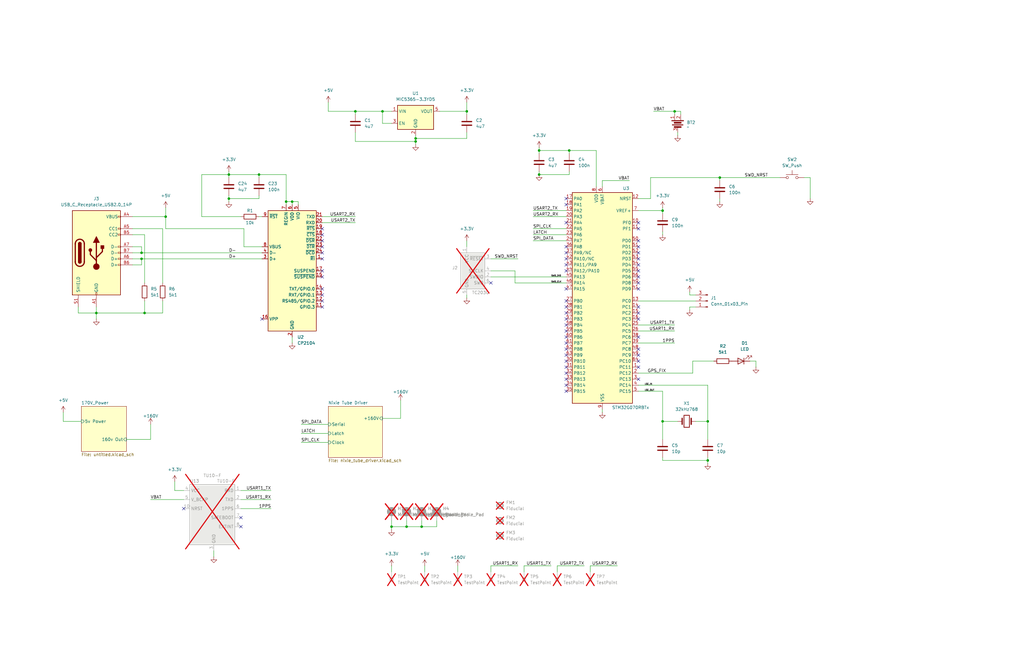
<source format=kicad_sch>
(kicad_sch (version 20250114) (generator "eeschema") (generator_version "9.0")
  (paper "B")
  (title_block (title "GPS Clock") (date "2024-12-25") (rev "v1"))
  (lib_symbols
    (symbol "Connector:Conn_01x03_Pin" (pin_names (offset 1.016) (hide yes))
      (property "Reference" "J" (at 0 5.08 0))
      (property "Value" "Conn_01x03_Pin" (at 0 -5.08 0))
      (symbol "Conn_01x03_Pin_1_1"
        (pin passive line (at 5.08 2.54 180) (length 3.81) (name "Pin_1") (number "1"))
        (pin passive line (at 5.08 0 180) (length 3.81) (name "Pin_2") (number "2"))
        (pin passive line (at 5.08 -2.54 180) (length 3.81) (name "Pin_3") (number "3"))
      )
    )
    (symbol "Connector:Conn_ARM_SWD_TagConnect_TC2030" (in_bom no)
      (property "Reference" "J" (at 2.54 11.43 0))
      (property "Value" "Conn_ARM_SWD_TagConnect_TC2030" (at 5.08 8.89 0))
      (symbol "Conn_ARM_SWD_TagConnect_TC2030_0_0"
        (pin power_in line (at -2.54 10.16 270) (length 2.54) (name "VCC") (number "1"))
        (pin power_in line (at -2.54 -10.16 90) (length 2.54) (name "GND") (number "5"))
        (pin open_collector line (at 7.62 5.08 180) (length 2.54) (name "~{RESET}") (number "3"))
        (pin output line (at 7.62 0 180) (length 2.54) (name "SWCLK") (number "4"))
        (pin bidirectional line (at 7.62 -2.54 180) (length 2.54) (name "SWDIO") (number "2"))
        (pin input line (at 7.62 -5.08 180) (length 2.54) (name "SWO") (number "6"))
      )
    )
    (symbol "Connector:TestPoint" (pin_numbers (hide yes)) (pin_names (offset 0.762) (hide yes))
      (property "Reference" "TP" (at 0 6.858 0))
      (property "Value" "TestPoint" (at 0 5.08 0))
      (symbol "TestPoint_1_1"
        (pin passive line (at 0 0 90) (length 2.54) (name "1") (number "1"))
      )
    )
    (symbol "Connector:USB_C_Receptacle_USB2.0_14P" (pin_names (offset 1.016))
      (property "Reference" "J" (at 0 22.225 0))
      (property "Value" "USB_C_Receptacle_USB2.0_14P" (at 0 19.685 0))
      (symbol "USB_C_Receptacle_USB2.0_14P_1_1"
        (pin passive line (at -7.62 -22.86 90) (length 5.08) (name "SHIELD") (number "S1"))
        (pin passive line (at 0 -22.86 90) (length 5.08) (name "GND") (number "A1"))
        (pin passive line (at 0 -22.86 90) (length 5.08) (hide yes) (name "GND") (number "A12"))
        (pin passive line (at 0 -22.86 90) (length 5.08) (hide yes) (name "GND") (number "B1"))
        (pin passive line (at 0 -22.86 90) (length 5.08) (hide yes) (name "GND") (number "B12"))
        (pin passive line (at 15.24 15.24 180) (length 5.08) (name "VBUS") (number "A4"))
        (pin passive line (at 15.24 15.24 180) (length 5.08) (hide yes) (name "VBUS") (number "A9"))
        (pin passive line (at 15.24 15.24 180) (length 5.08) (hide yes) (name "VBUS") (number "B4"))
        (pin passive line (at 15.24 15.24 180) (length 5.08) (hide yes) (name "VBUS") (number "B9"))
        (pin bidirectional line (at 15.24 10.16 180) (length 5.08) (name "CC1") (number "A5"))
        (pin bidirectional line (at 15.24 7.62 180) (length 5.08) (name "CC2") (number "B5"))
        (pin bidirectional line (at 15.24 2.54 180) (length 5.08) (name "D-") (number "A7"))
        (pin bidirectional line (at 15.24 0 180) (length 5.08) (name "D-") (number "B7"))
        (pin bidirectional line (at 15.24 -2.54 180) (length 5.08) (name "D+") (number "A6"))
        (pin bidirectional line (at 15.24 -5.08 180) (length 5.08) (name "D+") (number "B6"))
      )
    )
    (symbol "CustomLibrary:Multi_Prong_Battery_Cell"
      (property "Reference" "BT" (at 0 7.874 0))
      (symbol "Multi_Prong_Battery_Cell_1_1"
        (pin passive line (at -1.27 8.89 270) (length 2.54) (name "") (number "1"))
        (pin passive line (at 0 1.27 90) (length 2.54) (name "") (number "3"))
        (pin passive line (at 1.27 8.89 270) (length 2.54) (name "") (number "2"))
      )
    )
    (symbol "Device:C" (pin_numbers (hide yes)) (pin_names (offset 0.254))
      (property "Reference" "C" (at 0.635 2.54 0))
      (property "Value" "C" (at 0.635 -2.54 0))
      (symbol "C_1_1"
        (pin passive line (at 0 3.81 270) (length 2.794) (name "~") (number "1"))
        (pin passive line (at 0 -3.81 90) (length 2.794) (name "~") (number "2"))
      )
    )
    (symbol "Device:Crystal" (pin_numbers (hide yes)) (pin_names (offset 1.016) (hide yes))
      (property "Reference" "Y" (at 0 3.81 0))
      (property "Value" "Crystal" (at 0 -3.81 0))
      (symbol "Crystal_1_1"
        (pin passive line (at -3.81 0 0) (length 1.27) (name "1") (number "1"))
        (pin passive line (at 3.81 0 180) (length 1.27) (name "2") (number "2"))
      )
    )
    (symbol "Device:LED" (pin_numbers (hide yes)) (pin_names (offset 1.016) (hide yes))
      (property "Reference" "D" (at 0 2.54 0))
      (property "Value" "LED" (at 0 -2.54 0))
      (symbol "LED_1_1"
        (pin passive line (at -3.81 0 0) (length 2.54) (name "K") (number "1"))
        (pin passive line (at 3.81 0 180) (length 2.54) (name "A") (number "2"))
      )
    )
    (symbol "Device:R" (pin_numbers (hide yes)) (pin_names (offset 0))
      (property "Reference" "R" (at 2.032 0 90))
      (property "Value" "R" (at 0 0 90))
      (symbol "R_1_1"
        (pin passive line (at 0 3.81 270) (length 1.27) (name "~") (number "1"))
        (pin passive line (at 0 -3.81 90) (length 1.27) (name "~") (number "2"))
      )
    )
    (symbol "Interface_USB:CP2104"
      (property "Reference" "U" (at -5.08 28.575 0))
      (property "Value" "CP2104" (at -5.08 26.67 0))
      (symbol "CP2104_1_1"
        (pin bidirectional line (at -12.7 22.86 0) (length 2.54) (name "~{RST}") (number "9"))
        (pin input line (at -12.7 10.16 0) (length 2.54) (name "VBUS") (number "8"))
        (pin bidirectional line (at -12.7 7.62 0) (length 2.54) (name "D-") (number "4"))
        (pin bidirectional line (at -12.7 5.08 0) (length 2.54) (name "D+") (number "3"))
        (pin passive line (at -12.7 -20.32 0) (length 2.54) (name "VPP") (number "16"))
        (pin power_in line (at -2.54 27.94 270) (length 2.54) (name "REGIN") (number "7"))
        (pin power_in line (at 0 27.94 270) (length 2.54) (name "VDD") (number "6"))
        (pin power_in line (at 0 -27.94 90) (length 2.54) (name "GND") (number "2"))
        (pin passive line (at 0 -27.94 90) (length 2.54) (hide yes) (name "GND") (number "25"))
        (pin power_in line (at 2.54 27.94 270) (length 2.54) (name "VIO") (number "5"))
        (pin no_connect line (at 10.16 -20.32 180) (length 2.54) (hide yes) (name "NC") (number "10"))
        (pin output line (at 12.7 22.86 180) (length 2.54) (name "TXD") (number "21"))
        (pin input line (at 12.7 20.32 180) (length 2.54) (name "RXD") (number "20"))
        (pin output line (at 12.7 17.78 180) (length 2.54) (name "~{RTS}") (number "19"))
        (pin input line (at 12.7 15.24 180) (length 2.54) (name "~{CTS}") (number "18"))
        (pin input line (at 12.7 12.7 180) (length 2.54) (name "~{DSR}") (number "22"))
        (pin output line (at 12.7 10.16 180) (length 2.54) (name "~{DTR}") (number "23"))
        (pin input line (at 12.7 7.62 180) (length 2.54) (name "~{DCD}") (number "24"))
        (pin input line (at 12.7 5.08 180) (length 2.54) (name "~{RI}") (number "1"))
        (pin output line (at 12.7 0 180) (length 2.54) (name "SUSPEND") (number "17"))
        (pin output line (at 12.7 -2.54 180) (length 2.54) (name "~{SUSPEND}") (number "15"))
        (pin bidirectional line (at 12.7 -7.62 180) (length 2.54) (name "TXT/GPIO.0") (number "14"))
        (pin bidirectional line (at 12.7 -10.16 180) (length 2.54) (name "RXT/GPIO.1") (number "13"))
        (pin bidirectional line (at 12.7 -12.7 180) (length 2.54) (name "RS485/GPIO.2") (number "12"))
        (pin bidirectional line (at 12.7 -15.24 180) (length 2.54) (name "GPIO.3") (number "11"))
      )
    )
    (symbol "MCU_ST_STM32G0:STM32G070RBTx"
      (property "Reference" "U" (at -12.7 46.99 0))
      (property "Value" "STM32G070RBTx" (at 5.08 46.99 0))
      (symbol "STM32G070RBTx_1_1"
        (pin input line (at -15.24 43.18 0) (length 2.54) (name "NRST") (number "12"))
        (pin input line (at -15.24 38.1 0) (length 2.54) (name "VREF+") (number "7"))
        (pin bidirectional line (at -15.24 33.02 0) (length 2.54) (name "PF0") (number "10"))
        (pin bidirectional line (at -15.24 30.48 0) (length 2.54) (name "PF1") (number "11"))
        (pin bidirectional line (at -15.24 25.4 0) (length 2.54) (name "PD0") (number "50"))
        (pin bidirectional line (at -15.24 22.86 0) (length 2.54) (name "PD1") (number "51"))
        (pin bidirectional line (at -15.24 20.32 0) (length 2.54) (name "PD2") (number "52"))
        (pin bidirectional line (at -15.24 17.78 0) (length 2.54) (name "PD3") (number "53"))
        (pin bidirectional line (at -15.24 15.24 0) (length 2.54) (name "PD4") (number "54"))
        (pin bidirectional line (at -15.24 12.7 0) (length 2.54) (name "PD5") (number "55"))
        (pin bidirectional line (at -15.24 10.16 0) (length 2.54) (name "PD6") (number "56"))
        (pin bidirectional line (at -15.24 7.62 0) (length 2.54) (name "PD8") (number "40"))
        (pin bidirectional line (at -15.24 5.08 0) (length 2.54) (name "PD9") (number "41"))
        (pin bidirectional line (at -15.24 0 0) (length 2.54) (name "PC0") (number "13"))
        (pin bidirectional line (at -15.24 -2.54 0) (length 2.54) (name "PC1") (number "14"))
        (pin bidirectional line (at -15.24 -5.08 0) (length 2.54) (name "PC2") (number "15"))
        (pin bidirectional line (at -15.24 -7.62 0) (length 2.54) (name "PC3") (number "16"))
        (pin bidirectional line (at -15.24 -10.16 0) (length 2.54) (name "PC4") (number "25"))
        (pin bidirectional line (at -15.24 -12.7 0) (length 2.54) (name "PC5") (number "26"))
        (pin bidirectional line (at -15.24 -15.24 0) (length 2.54) (name "PC6") (number "38"))
        (pin bidirectional line (at -15.24 -17.78 0) (length 2.54) (name "PC7") (number "39"))
        (pin bidirectional line (at -15.24 -20.32 0) (length 2.54) (name "PC8") (number "48"))
        (pin bidirectional line (at -15.24 -22.86 0) (length 2.54) (name "PC9") (number "49"))
        (pin bidirectional line (at -15.24 -25.4 0) (length 2.54) (name "PC10") (number "64"))
        (pin bidirectional line (at -15.24 -27.94 0) (length 2.54) (name "PC11") (number "1"))
        (pin bidirectional line (at -15.24 -30.48 0) (length 2.54) (name "PC12") (number "2"))
        (pin bidirectional line (at -15.24 -33.02 0) (length 2.54) (name "PC13") (number "3"))
        (pin bidirectional line (at -15.24 -35.56 0) (length 2.54) (name "PC14") (number "4"))
        (pin bidirectional line (at -15.24 -38.1 0) (length 2.54) (name "PC15") (number "5"))
        (pin power_in line (at 0 48.26 270) (length 2.54) (name "VBAT") (number "6"))
        (pin power_in line (at 0 -45.72 90) (length 2.54) (name "VSS") (number "9"))
        (pin power_in line (at 2.54 48.26 270) (length 2.54) (name "VDD") (number "8"))
        (pin bidirectional line (at 15.24 43.18 180) (length 2.54) (name "PA0") (number "17"))
        (pin bidirectional line (at 15.24 40.64 180) (length 2.54) (name "PA1") (number "18"))
        (pin bidirectional line (at 15.24 38.1 180) (length 2.54) (name "PA2") (number "19"))
        (pin bidirectional line (at 15.24 35.56 180) (length 2.54) (name "PA3") (number "20"))
        (pin bidirectional line (at 15.24 33.02 180) (length 2.54) (name "PA4") (number "21"))
        (pin bidirectional line (at 15.24 30.48 180) (length 2.54) (name "PA5") (number "22"))
        (pin bidirectional line (at 15.24 27.94 180) (length 2.54) (name "PA6") (number "23"))
        (pin bidirectional line (at 15.24 25.4 180) (length 2.54) (name "PA7") (number "24"))
        (pin bidirectional line (at 15.24 22.86 180) (length 2.54) (name "PA8") (number "36"))
        (pin bidirectional line (at 15.24 20.32 180) (length 2.54) (name "PA9/NC") (number "37"))
        (pin bidirectional line (at 15.24 17.78 180) (length 2.54) (name "PA10/NC") (number "42"))
        (pin bidirectional line (at 15.24 15.24 180) (length 2.54) (name "PA11/PA9") (number "43"))
        (pin bidirectional line (at 15.24 12.7 180) (length 2.54) (name "PA12/PA10") (number "44"))
        (pin bidirectional line (at 15.24 10.16 180) (length 2.54) (name "PA13") (number "45"))
        (pin bidirectional line (at 15.24 7.62 180) (length 2.54) (name "PA14") (number "46"))
        (pin bidirectional line (at 15.24 5.08 180) (length 2.54) (name "PA15") (number "47"))
        (pin bidirectional line (at 15.24 0 180) (length 2.54) (name "PB0") (number "27"))
        (pin bidirectional line (at 15.24 -2.54 180) (length 2.54) (name "PB1") (number "28"))
        (pin bidirectional line (at 15.24 -5.08 180) (length 2.54) (name "PB2") (number "29"))
        (pin bidirectional line (at 15.24 -7.62 180) (length 2.54) (name "PB3") (number "57"))
        (pin bidirectional line (at 15.24 -10.16 180) (length 2.54) (name "PB4") (number "58"))
        (pin bidirectional line (at 15.24 -12.7 180) (length 2.54) (name "PB5") (number "59"))
        (pin bidirectional line (at 15.24 -15.24 180) (length 2.54) (name "PB6") (number "60"))
        (pin bidirectional line (at 15.24 -17.78 180) (length 2.54) (name "PB7") (number "61"))
        (pin bidirectional line (at 15.24 -20.32 180) (length 2.54) (name "PB8") (number "62"))
        (pin bidirectional line (at 15.24 -22.86 180) (length 2.54) (name "PB9") (number "63"))
        (pin bidirectional line (at 15.24 -25.4 180) (length 2.54) (name "PB10") (number "30"))
        (pin bidirectional line (at 15.24 -27.94 180) (length 2.54) (name "PB11") (number "31"))
        (pin bidirectional line (at 15.24 -30.48 180) (length 2.54) (name "PB12") (number "32"))
        (pin bidirectional line (at 15.24 -33.02 180) (length 2.54) (name "PB13") (number "33"))
        (pin bidirectional line (at 15.24 -35.56 180) (length 2.54) (name "PB14") (number "34"))
        (pin bidirectional line (at 15.24 -38.1 180) (length 2.54) (name "PB15") (number "35"))
      )
    )
    (symbol "Mechanical:Fiducial" (exclude_from_sim yes) (in_bom no)
      (property "Reference" "FID" (at 0 5.08 0))
      (property "Value" "Fiducial" (at 0 3.175 0))
    )
    (symbol "Mechanical:MountingHole_Pad" (pin_numbers (hide yes)) (pin_names (offset 1.016) (hide yes)) (exclude_from_sim yes) (in_bom no)
      (property "Reference" "H" (at 0 6.35 0))
      (property "Value" "MountingHole_Pad" (at 0 4.445 0))
      (symbol "MountingHole_Pad_1_1"
        (pin input line (at 0 -2.54 90) (length 2.54) (name "1") (number "1"))
      )
    )
    (symbol "NixieSupply5vto170vDCMBoostMini-rescue:+160V" (power) (pin_names (offset 0))
      (property "Value" "+160V" (at 0 3.556 0))
      (symbol "+160V_1_1"
        (pin power_in line (at 0 0 90) (length 0) (hide yes) (name "+160V") (number "1"))
      )
    )
    (symbol "NixieTubeClock:TU10-F"
      (property "Reference" "U" (at -9.144 14.224 0))
      (symbol "TU10-F_1_1"
        (text "TU10-F" (at 5.08 14.224 0) (effects (font (size 1.27 1.27))))
        (pin power_in line (at -12.7 10.16 0) (length 2.54) (name "VCC") (number "4"))
        (pin power_in line (at -12.7 6.35 0) (length 2.54) (name "V_BCKP") (number "5"))
        (pin input line (at -12.7 2.54 0) (length 2.54) (name "NRST") (number "10"))
        (pin no_connect line (at -12.7 -7.62 0) (length 2.54) (hide yes) (name "NC") (number "9"))
        (pin no_connect line (at -12.7 -8.89 0) (length 2.54) (hide yes) (name "NC") (number "11"))
        (pin power_in line (at 0 -15.24 90) (length 2.54) (hide yes) (name "GND") (number "12"))
        (pin power_in line (at 0 -15.24 90) (length 2.54) (name "GND") (number "3"))
        (pin input line (at 11.43 10.16 180) (length 2.54) (name "RXD") (number "1"))
        (pin output line (at 11.43 6.35 180) (length 2.54) (name "TXD") (number "2"))
        (pin output line (at 11.43 2.54 180) (length 2.54) (name "1PPS") (number "6"))
        (pin input line (at 11.43 -1.27 180) (length 2.54) (name "SAFEBOOT") (number "7"))
        (pin input line (at 11.43 -5.08 180) (length 2.54) (name "EXTINT") (number "8"))
      )
    )
    (symbol "Regulator_Linear:MIC5365-3.3YD5"
      (property "Reference" "U" (at -7.62 6.35 0))
      (property "Value" "MIC5365-3.3YD5" (at 0 6.35 0))
      (symbol "MIC5365-3.3YD5_1_1"
        (pin power_in line (at -10.16 2.54 0) (length 2.54) (name "VIN") (number "1"))
        (pin input line (at -10.16 -2.54 0) (length 2.54) (name "EN") (number "3"))
        (pin power_in line (at 0 -7.62 90) (length 2.54) (name "GND") (number "2"))
        (pin no_connect line (at 7.62 -2.54 180) (length 2.54) (hide yes) (name "NC") (number "4"))
        (pin power_out line (at 10.16 2.54 180) (length 2.54) (name "VOUT") (number "5"))
      )
    )
    (symbol "Switch:SW_Push" (pin_numbers (hide yes)) (pin_names (offset 1.016) (hide yes))
      (property "Reference" "SW" (at 1.27 2.54 0))
      (property "Value" "SW_Push" (at 0 -1.524 0))
      (symbol "SW_Push_0_1"
        (pin passive line (at -5.08 0 0) (length 2.54) (name "1") (number "1"))
        (pin passive line (at 5.08 0 180) (length 2.54) (name "2") (number "2"))
      )
    )
    (symbol "power:+3.3V" (power) (pin_numbers (hide yes)) (pin_names (offset 0) (hide yes))
      (property "Value" "+3.3V" (at 0 3.556 0))
      (symbol "+3.3V_1_1"
        (pin power_in line (at 0 0 90) (length 0) (name "~") (number "1"))
      )
    )
    (symbol "power:+5V" (power) (pin_numbers (hide yes)) (pin_names (offset 0) (hide yes))
      (property "Value" "+5V" (at 0 3.556 0))
      (symbol "+5V_1_1"
        (pin power_in line (at 0 0 90) (length 0) (name "~") (number "1"))
      )
    )
    (symbol "power:GND" (power) (pin_numbers (hide yes)) (pin_names (offset 0) (hide yes))
      (property "Value" "GND" (at 0 -3.81 0))
      (symbol "GND_1_1"
        (pin power_in line (at 0 0 270) (length 0) (name "~") (number "1"))
      )
    )
  )
  (junction (at 227.33 63.5))
  (junction (at 40.64 132.08))
  (junction (at 171.45 222.25))
  (junction (at 303.53 74.93))
  (junction (at 149.86 46.99))
  (junction (at 177.8 222.25))
  (junction (at 227.33 73.66))
  (junction (at 284.48 46.99))
  (junction (at 96.52 73.66))
  (junction (at 298.45 177.8))
  (junction (at 59.69 106.68))
  (junction (at 175.26 58.42))
  (junction (at 298.45 194.31))
  (junction (at 175.26 59.69))
  (junction (at 69.85 91.44))
  (junction (at 109.22 73.66))
  (junction (at 60.96 132.08))
  (junction (at 240.03 63.5))
  (junction (at 59.69 109.22))
  (junction (at 120.65 85.09))
  (junction (at 279.4 177.8))
  (junction (at 123.19 85.09))
  (junction (at 165.1 222.25))
  (junction (at 279.4 88.9))
  (junction (at 161.29 46.99))
  (junction (at 96.52 83.82))
  (junction (at 196.85 46.99))
  (no_connect (at 269.24 111.76))
  (no_connect (at 135.89 129.54))
  (no_connect (at 238.76 134.62))
  (no_connect (at 269.24 142.24))
  (no_connect (at 238.76 157.48))
  (no_connect (at 269.24 129.54))
  (no_connect (at 135.89 101.6))
  (no_connect (at 269.24 116.84))
  (no_connect (at 269.24 104.14))
  (no_connect (at 101.6 218.44))
  (no_connect (at 101.6 222.25))
  (no_connect (at 269.24 96.52))
  (no_connect (at 135.89 104.14))
  (no_connect (at 269.24 152.4))
  (no_connect (at 238.76 144.78))
  (no_connect (at 269.24 132.08))
  (no_connect (at 269.24 114.3))
  (no_connect (at 238.76 149.86))
  (no_connect (at 269.24 160.02))
  (no_connect (at 135.89 121.92))
  (no_connect (at 135.89 99.06))
  (no_connect (at 238.76 139.7))
  (no_connect (at 238.76 111.76))
  (no_connect (at 238.76 147.32))
  (no_connect (at 77.47 214.63))
  (no_connect (at 238.76 160.02))
  (no_connect (at 238.76 114.3))
  (no_connect (at 269.24 93.98))
  (no_connect (at 238.76 121.92))
  (no_connect (at 238.76 142.24))
  (no_connect (at 269.24 134.62))
  (no_connect (at 135.89 96.52))
  (no_connect (at 238.76 132.08))
  (no_connect (at 135.89 114.3))
  (no_connect (at 238.76 152.4))
  (no_connect (at 238.76 154.94))
  (no_connect (at 238.76 162.56))
  (no_connect (at 269.24 147.32))
  (no_connect (at 238.76 165.1))
  (no_connect (at 269.24 101.6))
  (no_connect (at 135.89 116.84))
  (no_connect (at 135.89 127))
  (no_connect (at 135.89 109.22))
  (no_connect (at 269.24 119.38))
  (no_connect (at 238.76 129.54))
  (no_connect (at 238.76 127))
  (no_connect (at 238.76 137.16))
  (no_connect (at 269.24 106.68))
  (no_connect (at 135.89 106.68))
  (no_connect (at 238.76 83.82))
  (no_connect (at 238.76 106.68))
  (no_connect (at 269.24 121.92))
  (no_connect (at 269.24 149.86))
  (no_connect (at 110.49 134.62))
  (no_connect (at 238.76 109.22))
  (no_connect (at 238.76 93.98))
  (no_connect (at 238.76 104.14))
  (no_connect (at 135.89 124.46))
  (no_connect (at 207.01 119.38))
  (no_connect (at 269.24 154.94))
  (no_connect (at 269.24 109.22))
  (no_connect (at 238.76 86.36))
  (wire (pts (xy 207.01 116.84) (xy 238.76 116.84)))
  (wire (pts (xy 135.89 93.98) (xy 149.86 93.98)))
  (wire (pts (xy 224.79 91.44) (xy 238.76 91.44)))
  (wire (pts (xy 303.53 74.93) (xy 328.93 74.93)))
  (wire (pts (xy 85.09 91.44) (xy 85.09 73.66)))
  (wire (pts (xy 53.34 185.42) (xy 63.5 185.42)))
  (wire (pts (xy 279.4 88.9) (xy 279.4 90.17)))
  (wire (pts (xy 127 186.69) (xy 138.43 186.69)))
  (wire (pts (xy 254 173.99) (xy 254 172.72)))
  (wire (pts (xy 341.63 74.93) (xy 341.63 83.82)))
  (wire (pts (xy 69.85 96.52) (xy 102.87 96.52)))
  (wire (pts (xy 290.83 129.54) (xy 293.37 129.54)))
  (wire (pts (xy 284.48 46.99) (xy 287.02 46.99)))
  (wire (pts (xy 290.83 123.19) (xy 290.83 124.46)))
  (wire (pts (xy 196.85 101.6) (xy 196.85 104.14)))
  (wire (pts (xy 171.45 222.25) (xy 165.1 222.25)))
  (wire (pts (xy 171.45 219.71) (xy 171.45 222.25)))
  (wire (pts (xy 279.4 194.31) (xy 298.45 194.31)))
  (wire (pts (xy 339.09 74.93) (xy 341.63 74.93)))
  (wire (pts (xy 102.87 96.52) (xy 102.87 104.14)))
  (wire (pts (xy 196.85 43.18) (xy 196.85 46.99)))
  (wire (pts (xy 251.46 63.5) (xy 251.46 78.74)))
  (wire (pts (xy 227.33 64.77) (xy 227.33 63.5)))
  (wire (pts (xy 284.48 137.16) (xy 269.24 137.16)))
  (wire (pts (xy 55.88 111.76) (xy 59.69 111.76)))
  (wire (pts (xy 69.85 87.63) (xy 69.85 91.44)))
  (wire (pts (xy 26.67 173.99) (xy 26.67 177.8)))
  (wire (pts (xy 240.03 64.77) (xy 240.03 63.5)))
  (wire (pts (xy 269.24 127) (xy 293.37 127)))
  (wire (pts (xy 185.42 46.99) (xy 196.85 46.99)))
  (wire (pts (xy 109.22 83.82) (xy 96.52 83.82)))
  (wire (pts (xy 217.17 114.3) (xy 207.01 114.3)))
  (wire (pts (xy 68.58 96.52) (xy 68.58 119.38)))
  (wire (pts (xy 224.79 99.06) (xy 238.76 99.06)))
  (wire (pts (xy 269.24 165.1) (xy 279.4 165.1)))
  (wire (pts (xy 138.43 43.18) (xy 138.43 46.99)))
  (wire (pts (xy 303.53 76.2) (xy 303.53 74.93)))
  (wire (pts (xy 125.73 86.36) (xy 125.73 85.09)))
  (wire (pts (xy 287.02 46.99) (xy 287.02 48.26)))
  (wire (pts (xy 123.19 85.09) (xy 123.19 86.36)))
  (wire (pts (xy 318.77 152.4) (xy 318.77 154.94)))
  (wire (pts (xy 55.88 104.14) (xy 59.69 104.14)))
  (wire (pts (xy 127 179.07) (xy 138.43 179.07)))
  (wire (pts (xy 165.1 238.76) (xy 165.1 241.3)))
  (wire (pts (xy 101.6 207.01) (xy 114.3 207.01)))
  (wire (pts (xy 184.15 222.25) (xy 177.8 222.25)))
  (wire (pts (xy 279.4 193.04) (xy 279.4 194.31)))
  (wire (pts (xy 240.03 73.66) (xy 240.03 72.39)))
  (wire (pts (xy 161.29 46.99) (xy 165.1 46.99)))
  (wire (pts (xy 33.02 129.54) (xy 33.02 132.08)))
  (wire (pts (xy 298.45 177.8) (xy 298.45 185.42)))
  (wire (pts (xy 85.09 73.66) (xy 96.52 73.66)))
  (wire (pts (xy 40.64 132.08) (xy 40.64 134.62)))
  (wire (pts (xy 55.88 96.52) (xy 68.58 96.52)))
  (wire (pts (xy 193.04 238.76) (xy 193.04 241.3)))
  (wire (pts (xy 284.48 46.99) (xy 284.48 48.26)))
  (wire (pts (xy 149.86 55.88) (xy 149.86 59.69)))
  (wire (pts (xy 59.69 111.76) (xy 59.69 109.22)))
  (wire (pts (xy 279.4 165.1) (xy 279.4 177.8)))
  (wire (pts (xy 73.66 207.01) (xy 77.47 207.01)))
  (wire (pts (xy 220.98 238.76) (xy 232.41 238.76)))
  (wire (pts (xy 290.83 124.46) (xy 293.37 124.46)))
  (wire (pts (xy 175.26 57.15) (xy 175.26 58.42)))
  (wire (pts (xy 227.33 63.5) (xy 240.03 63.5)))
  (wire (pts (xy 248.92 238.76) (xy 260.35 238.76)))
  (wire (pts (xy 184.15 219.71) (xy 184.15 222.25)))
  (wire (pts (xy 109.22 73.66) (xy 120.65 73.66)))
  (wire (pts (xy 60.96 132.08) (xy 68.58 132.08)))
  (wire (pts (xy 279.4 177.8) (xy 285.75 177.8)))
  (wire (pts (xy 298.45 193.04) (xy 298.45 194.31)))
  (wire (pts (xy 149.86 59.69) (xy 175.26 59.69)))
  (wire (pts (xy 316.23 152.4) (xy 318.77 152.4)))
  (wire (pts (xy 101.6 214.63) (xy 114.3 214.63)))
  (wire (pts (xy 55.88 99.06) (xy 60.96 99.06)))
  (wire (pts (xy 101.6 210.82) (xy 114.3 210.82)))
  (wire (pts (xy 177.8 219.71) (xy 177.8 222.25)))
  (wire (pts (xy 175.26 59.69) (xy 175.26 60.96)))
  (wire (pts (xy 69.85 91.44) (xy 69.85 96.52)))
  (wire (pts (xy 175.26 58.42) (xy 175.26 59.69)))
  (wire (pts (xy 102.87 104.14) (xy 110.49 104.14)))
  (wire (pts (xy 73.66 203.2) (xy 73.66 207.01)))
  (wire (pts (xy 63.5 210.82) (xy 77.47 210.82)))
  (wire (pts (xy 96.52 83.82) (xy 96.52 82.55)))
  (wire (pts (xy 238.76 119.38) (xy 217.17 119.38)))
  (wire (pts (xy 234.95 238.76) (xy 246.38 238.76)))
  (wire (pts (xy 298.45 162.56) (xy 298.45 177.8)))
  (wire (pts (xy 234.95 241.3) (xy 234.95 238.76)))
  (wire (pts (xy 196.85 46.99) (xy 196.85 48.26)))
  (wire (pts (xy 96.52 73.66) (xy 96.52 74.93)))
  (wire (pts (xy 196.85 55.88) (xy 196.85 58.42)))
  (wire (pts (xy 274.32 74.93) (xy 303.53 74.93)))
  (wire (pts (xy 109.22 91.44) (xy 110.49 91.44)))
  (wire (pts (xy 303.53 83.82) (xy 303.53 85.09)))
  (wire (pts (xy 125.73 85.09) (xy 123.19 85.09)))
  (wire (pts (xy 292.1 152.4) (xy 300.99 152.4)))
  (wire (pts (xy 123.19 142.24) (xy 123.19 144.78)))
  (wire (pts (xy 269.24 162.56) (xy 298.45 162.56)))
  (wire (pts (xy 274.32 83.82) (xy 269.24 83.82)))
  (wire (pts (xy 298.45 177.8) (xy 293.37 177.8)))
  (wire (pts (xy 109.22 82.55) (xy 109.22 83.82)))
  (wire (pts (xy 60.96 127) (xy 60.96 132.08)))
  (wire (pts (xy 120.65 86.36) (xy 120.65 85.09)))
  (wire (pts (xy 55.88 91.44) (xy 69.85 91.44)))
  (wire (pts (xy 59.69 109.22) (xy 110.49 109.22)))
  (wire (pts (xy 196.85 58.42) (xy 175.26 58.42)))
  (wire (pts (xy 165.1 52.07) (xy 161.29 52.07)))
  (wire (pts (xy 279.4 97.79) (xy 279.4 99.06)))
  (wire (pts (xy 275.59 46.99) (xy 284.48 46.99)))
  (wire (pts (xy 269.24 144.78) (xy 284.48 144.78)))
  (wire (pts (xy 90.17 232.41) (xy 90.17 234.95)))
  (wire (pts (xy 224.79 96.52) (xy 238.76 96.52)))
  (wire (pts (xy 269.24 157.48) (xy 292.1 157.48)))
  (wire (pts (xy 269.24 88.9) (xy 279.4 88.9)))
  (wire (pts (xy 224.79 101.6) (xy 238.76 101.6)))
  (wire (pts (xy 227.33 72.39) (xy 227.33 73.66)))
  (wire (pts (xy 135.89 91.44) (xy 149.86 91.44)))
  (wire (pts (xy 274.32 74.93) (xy 274.32 83.82)))
  (wire (pts (xy 60.96 99.06) (xy 60.96 119.38)))
  (wire (pts (xy 240.03 63.5) (xy 251.46 63.5)))
  (wire (pts (xy 33.02 132.08) (xy 40.64 132.08)))
  (wire (pts (xy 96.52 83.82) (xy 96.52 85.09)))
  (wire (pts (xy 68.58 127) (xy 68.58 132.08)))
  (wire (pts (xy 120.65 85.09) (xy 123.19 85.09)))
  (wire (pts (xy 196.85 124.46) (xy 196.85 125.73)))
  (wire (pts (xy 55.88 109.22) (xy 59.69 109.22)))
  (wire (pts (xy 227.33 73.66) (xy 240.03 73.66)))
  (wire (pts (xy 224.79 88.9) (xy 238.76 88.9)))
  (wire (pts (xy 279.4 177.8) (xy 279.4 185.42)))
  (wire (pts (xy 254 78.74) (xy 254 76.2)))
  (wire (pts (xy 149.86 46.99) (xy 149.86 48.26)))
  (wire (pts (xy 165.1 219.71) (xy 165.1 222.25)))
  (wire (pts (xy 55.88 106.68) (xy 59.69 106.68)))
  (wire (pts (xy 179.07 238.76) (xy 179.07 241.3)))
  (wire (pts (xy 207.01 241.3) (xy 207.01 238.76)))
  (wire (pts (xy 149.86 46.99) (xy 161.29 46.99)))
  (wire (pts (xy 292.1 157.48) (xy 292.1 152.4)))
  (wire (pts (xy 284.48 139.7) (xy 269.24 139.7)))
  (wire (pts (xy 138.43 46.99) (xy 149.86 46.99)))
  (wire (pts (xy 60.96 132.08) (xy 40.64 132.08)))
  (wire (pts (xy 177.8 222.25) (xy 171.45 222.25)))
  (wire (pts (xy 248.92 241.3) (xy 248.92 238.76)))
  (wire (pts (xy 168.91 168.91) (xy 168.91 176.53)))
  (wire (pts (xy 63.5 179.07) (xy 63.5 185.42)))
  (wire (pts (xy 109.22 73.66) (xy 109.22 74.93)))
  (wire (pts (xy 220.98 241.3) (xy 220.98 238.76)))
  (wire (pts (xy 298.45 194.31) (xy 298.45 195.58)))
  (wire (pts (xy 161.29 176.53) (xy 168.91 176.53)))
  (wire (pts (xy 217.17 119.38) (xy 217.17 114.3)))
  (wire (pts (xy 26.67 177.8) (xy 34.29 177.8)))
  (wire (pts (xy 165.1 222.25) (xy 165.1 223.52)))
  (wire (pts (xy 127 182.88) (xy 138.43 182.88)))
  (wire (pts (xy 96.52 72.39) (xy 96.52 73.66)))
  (wire (pts (xy 290.83 130.81) (xy 290.83 129.54)))
  (wire (pts (xy 59.69 106.68) (xy 110.49 106.68)))
  (wire (pts (xy 59.69 104.14) (xy 59.69 106.68)))
  (wire (pts (xy 254 76.2) (xy 265.43 76.2)))
  (wire (pts (xy 161.29 52.07) (xy 161.29 46.99)))
  (wire (pts (xy 101.6 91.44) (xy 85.09 91.44)))
  (wire (pts (xy 40.64 132.08) (xy 40.64 129.54)))
  (wire (pts (xy 279.4 87.63) (xy 279.4 88.9)))
  (wire (pts (xy 120.65 85.09) (xy 120.65 73.66)))
  (wire (pts (xy 207.01 238.76) (xy 218.44 238.76)))
  (wire (pts (xy 207.01 109.22) (xy 218.44 109.22)))
  (wire (pts (xy 227.33 62.23) (xy 227.33 63.5)))
  (wire (pts (xy 285.75 55.88) (xy 285.75 57.15)))
  (wire (pts (xy 96.52 73.66) (xy 109.22 73.66)))
  (label "SPI_DATA" (at 224.79 101.6 0))
  (label "USART1_TX" (at 114.3 207.01 180))
  (label "VBAT" (at 63.5 210.82 0))
  (label "LATCH" (at 224.79 99.06 0))
  (label "USART1_RX" (at 284.48 139.7 180))
  (label "USART1_TX" (at 232.41 238.76 180))
  (label "USART2_RX" (at 224.79 91.44 0))
  (label "GPS_FIX" (at 273.05 157.48 0))
  (label "USART1_TX" (at 284.48 137.16 180))
  (label "USART2_RX" (at 149.86 91.44 180))
  (label "1PPS" (at 284.48 144.78 180))
  (label "USART1_RX" (at 114.3 210.82 180))
  (label "USART1_RX" (at 218.44 238.76 180))
  (label "SWD_NRST" (at 323.85 74.93 180))
  (label "SPI_CLK" (at 224.79 96.52 0))
  (label "LSE_IN" (at 271.78 162.56 0) (effects (font (size 0.635 0.635))))
  (label "LATCH" (at 127 182.88 0))
  (label "SPI_DATA" (at 127 179.07 0))
  (label "USART2_RX" (at 260.35 238.76 180))
  (label "SWD_CLK" (at 232.41 119.38 0) (effects (font (size 0.635 0.635))))
  (label "VBAT" (at 265.43 76.2 180))
  (label "1PPS" (at 114.3 214.63 180))
  (label "USART2_TX" (at 246.38 238.76 180))
  (label "D-" (at 96.52 106.68 0))
  (label "VBAT" (at 275.59 46.99 0))
  (label "USART2_TX" (at 149.86 93.98 180))
  (label "USART2_TX" (at 224.79 88.9 0))
  (label "SWD_DIO" (at 232.41 116.84 0) (effects (font (size 0.635 0.635))))
  (label "D+" (at 96.52 109.22 0))
  (label "SWD_NRST" (at 218.44 109.22 180))
  (label "LSE_OUT" (at 271.78 165.1 0) (effects (font (size 0.635 0.635))))
  (label "SPI_CLK" (at 127 186.69 0))
  (symbol (lib_id "Device:C") (at 196.85 52.07 0) (unit 1)
    (property "Reference" "C2" (at 200.66 50.7999 0) (effects (justify left)))
    (property "Value" "4u7" (at 200.66 53.3399 0) (effects (justify left)))
    (property "Footprint" "Capacitor_SMD:C_0603_1608Metric" (effects (hide yes)))
    (property "Description" "Unpolarized capacitor" (effects (hide yes)))
    (property "MFR_Part#" "CL10A475KP8NNNC" (effects (hide yes)))
    (property "LCSC_Part#" "C1705" (effects (hide yes)))
  )
  (symbol (lib_id "power:GND") (at 303.53 85.09 0) (unit 1)
    (property "Reference" "#PWR018" (effects (hide yes)))
    (property "Value" "GND" (effects (hide yes)))
    (property "Description" "Power symbol creates a global label with name \"GND\" , ground" (effects (hide yes)))
  )
  (symbol (lib_id "Connector:Conn_01x03_Pin") (at 298.45 127 180) (unit 1)
    (property "Reference" "J1" (at 299.72 125.7299 0) (effects (justify right)))
    (property "Value" "Conn_01x03_Pin" (at 299.72 128.2699 0) (effects (justify right)))
    (property "Footprint" "Connector_Molex:Molex_PicoBlade_53261-0371_1x03-1MP_P1.25mm_Horizontal" (effects (hide yes)))
    (property "Description" "Generic connector, single row, 01x03, script generated" (effects (hide yes)))
    (property "LCSC_Part#" "C293630" (effects (hide yes)))
  )
  (symbol (lib_id "power:GND") (at 341.63 83.82 0) (unit 1)
    (property "Reference" "#PWR061" (effects (hide yes)))
    (property "Value" "GND" (effects (hide yes)))
    (property "Description" "Power symbol creates a global label with name \"GND\" , ground" (effects (hide yes)))
  )
  (symbol (lib_id "power:+3.3V") (at 227.33 62.23 0) (unit 1)
    (property "Reference" "#PWR013" (effects (hide yes)))
    (property "Value" "+3.3V" (at 227.33 57.15 0))
    (property "Description" "Power symbol creates a global label with name \"+3.3V\"" (effects (hide yes)))
  )
  (symbol (lib_id "Device:C") (at 279.4 189.23 0) (unit 1)
    (property "Reference" "C5" (at 283.21 187.9599 0) (effects (justify left)))
    (property "Value" "10p" (at 283.21 190.4999 0) (effects (justify left)))
    (property "Footprint" "Capacitor_SMD:C_0402_1005Metric" (effects (hide yes)))
    (property "Description" "Unpolarized capacitor" (effects (hide yes)))
    (property "MFR_Part#" "0402CG100J500NT" (effects (hide yes)))
    (property "LCSC_Part#" "C1545" (effects (hide yes)))
  )
  (symbol (lib_id "power:GND") (at 196.85 125.73 0) (unit 1)
    (property "Reference" "#PWR012" (effects (hide yes)))
    (property "Value" "GND" (effects (hide yes)))
    (property "Description" "Power symbol creates a global label with name \"GND\" , ground" (effects (hide yes)))
  )
  (symbol (lib_id "Connector:TestPoint") (at 179.07 241.3 180) (unit 1) (dnp yes)
    (property "Reference" "TP2" (at 181.61 243.3319 0) (effects (justify right)))
    (property "Value" "TestPoint" (at 181.61 245.8719 0) (effects (justify right)))
    (property "Footprint" "TestPoint:TestPoint_Pad_D2.5mm" (effects (hide yes)))
    (property "Description" "test point" (effects (hide yes)))
    (property "LCSC_Part#" "N/A" (effects (hide yes)))
  )
  (symbol (lib_id "power:GND") (at 165.1 223.52 0) (unit 1)
    (property "Reference" "#PWR060" (effects (hide yes)))
    (property "Value" "GND" (effects (hide yes)))
    (property "Description" "Power symbol creates a global label with name \"GND\" , ground" (effects (hide yes)))
  )
  (symbol (lib_id "power:GND") (at 298.45 195.58 0) (unit 1)
    (property "Reference" "#PWR020" (effects (hide yes)))
    (property "Value" "GND" (effects (hide yes)))
    (property "Description" "Power symbol creates a global label with name \"GND\" , ground" (effects (hide yes)))
  )
  (symbol (lib_id "Device:C") (at 96.52 78.74 0) (unit 1)
    (property "Reference" "C24" (at 100.33 77.4699 0) (effects (justify left)))
    (property "Value" "4u7" (at 100.33 80.0099 0) (effects (justify left)))
    (property "Footprint" "Capacitor_SMD:C_0603_1608Metric" (effects (hide yes)))
    (property "Description" "Unpolarized capacitor" (effects (hide yes)))
    (property "MFR_Part#" "CL10A475KP8NNNC" (effects (hide yes)))
    (property "LCSC_Part#" "C1705" (effects (hide yes)))
  )
  (symbol (lib_id "Device:C") (at 109.22 78.74 0) (unit 1)
    (property "Reference" "C23" (at 113.03 77.4699 0) (effects (justify left)))
    (property "Value" "100n" (at 113.03 80.0099 0) (effects (justify left)))
    (property "Footprint" "Capacitor_SMD:C_0402_1005Metric" (effects (hide yes)))
    (property "Description" "Unpolarized capacitor" (effects (hide yes)))
    (property "MFR_Part#" "CL05B104KO5NNNC" (effects (hide yes)))
    (property "LCSC_Part#" "C1525" (effects (hide yes)))
  )
  (symbol (lib_id "Mechanical:MountingHole_Pad") (at 165.1 217.17 0) (unit 1) (exclude_from_sim yes) (in_bom no) (dnp yes)
    (property "Reference" "H1" (at 167.64 214.6299 0) (effects (justify left)))
    (property "Value" "MountingHole_Pad" (at 167.64 217.1699 0) (effects (justify left)))
    (property "Footprint" "MountingHole:MountingHole_3mm_Pad_Via" (effects (hide yes)))
    (property "Description" "Mounting Hole with connection" (effects (hide yes)))
  )
  (symbol (lib_id "Connector:Conn_ARM_SWD_TagConnect_TC2030") (at 199.39 114.3 0) (unit 1) (in_bom no) (dnp yes)
    (property "Reference" "J2" (at 193.04 113.0299 0) (effects (justify right)))
    (property "Value" "TC2030" (at 206.248 123.444 0) (effects (justify right)))
    (property "Footprint" "Connector:Tag-Connect_TC2030-IDC-FP_2x03_P1.27mm_Vertical" (effects (hide yes)))
    (property "Datasheet" "https://www.tag-connect.com/wp-content/uploads/bsk-pdf-manager/TC2030-CTX_1.pdf" (effects (hide yes)))
    (property "Description" "Tag-Connect ARM Cortex SWD JTAG connector, 6 pin" (effects (hide yes)))
    (property "MFR_Part#" "N/A" (effects (hide yes)))
    (property "LCSC_Part#" "N/A" (effects (hide yes)))
  )
  (symbol (lib_id "power:GND") (at 123.19 144.78 0) (unit 1)
    (property "Reference" "#PWR025" (effects (hide yes)))
    (property "Value" "GND" (effects (hide yes)))
    (property "Description" "Power symbol creates a global label with name \"GND\" , ground" (effects (hide yes)))
  )
  (symbol (lib_id "power:GND") (at 254 173.99 0) (unit 1)
    (property "Reference" "#PWR015" (effects (hide yes)))
    (property "Value" "GND" (effects (hide yes)))
    (property "Description" "Power symbol creates a global label with name \"GND\" , ground" (effects (hide yes)))
  )
  (symbol (lib_id "Connector:TestPoint") (at 193.04 241.3 180) (unit 1) (dnp yes)
    (property "Reference" "TP3" (at 195.58 243.3319 0) (effects (justify right)))
    (property "Value" "TestPoint" (at 195.58 245.8719 0) (effects (justify right)))
    (property "Footprint" "TestPoint:TestPoint_Pad_D2.5mm" (effects (hide yes)))
    (property "Description" "test point" (effects (hide yes)))
    (property "LCSC_Part#" "N/A" (effects (hide yes)))
  )
  (symbol (lib_id "Connector:TestPoint") (at 207.01 241.3 180) (unit 1) (dnp yes)
    (property "Reference" "TP4" (at 209.55 243.3319 0) (effects (justify right)))
    (property "Value" "TestPoint" (at 209.55 245.8719 0) (effects (justify right)))
    (property "Footprint" "TestPoint:TestPoint_Pad_D2.5mm" (effects (hide yes)))
    (property "Description" "test point" (effects (hide yes)))
    (property "LCSC_Part#" "N/A" (effects (hide yes)))
  )
  (symbol (lib_id "power:+3.3V") (at 165.1 238.76 0) (unit 1)
    (property "Reference" "#PWR062" (effects (hide yes)))
    (property "Value" "+3.3V" (at 165.1 233.68 0))
    (property "Description" "Power symbol creates a global label with name \"+3.3V\"" (effects (hide yes)))
  )
  (symbol (lib_id "Device:C") (at 303.53 80.01 0) (unit 1)
    (property "Reference" "C6" (at 307.34 78.7399 0) (effects (justify left)))
    (property "Value" "100n" (at 307.34 81.2799 0) (effects (justify left)))
    (property "Footprint" "Capacitor_SMD:C_0402_1005Metric" (effects (hide yes)))
    (property "Description" "Unpolarized capacitor" (effects (hide yes)))
    (property "MFR_Part#" "CL05B104KO5NNNC" (effects (hide yes)))
    (property "LCSC_Part#" "C1525" (effects (hide yes)))
  )
  (symbol (lib_id "NixieTubeClock:TU10-F") (at 90.17 217.17 0) (unit 1) (dnp yes)
    (property "Reference" "U13" (at 82.042 202.946 0))
    (property "Value" "TU10-F" (at 89.535 200.66 0))
    (property "Footprint" "Library:TU10-F" (effects (hide yes)))
    (property "LCSC_Part#" "N/A" (effects (hide yes)))
  )
  (symbol (lib_id "power:GND") (at 96.52 85.09 0) (unit 1)
    (property "Reference" "#PWR09" (effects (hide yes)))
    (property "Value" "GND" (effects (hide yes)))
    (property "Description" "Power symbol creates a global label with name \"GND\" , ground" (effects (hide yes)))
  )
  (symbol (lib_id "power:+3.3V") (at 96.52 72.39 0) (unit 1)
    (property "Reference" "#PWR05" (effects (hide yes)))
    (property "Value" "+3.3V" (at 96.52 67.31 0))
    (property "Description" "Power symbol creates a global label with name \"+3.3V\"" (effects (hide yes)))
  )
  (symbol (lib_id "power:GND") (at 175.26 60.96 0) (unit 1)
    (property "Reference" "#PWR06" (effects (hide yes)))
    (property "Value" "GND" (effects (hide yes)))
    (property "Description" "Power symbol creates a global label with name \"GND\" , ground" (effects (hide yes)))
  )
  (symbol (lib_id "power:+3.3V") (at 279.4 87.63 0) (unit 1)
    (property "Reference" "#PWR03" (effects (hide yes)))
    (property "Value" "+3.3V" (at 279.4 82.55 0))
    (property "Description" "Power symbol creates a global label with name \"+3.3V\"" (effects (hide yes)))
  )
  (symbol (lib_id "power:GND") (at 40.64 134.62 0) (unit 1)
    (property "Reference" "#PWR026" (effects (hide yes)))
    (property "Value" "GND" (effects (hide yes)))
    (property "Description" "Power symbol creates a global label with name \"GND\" , ground" (effects (hide yes)))
  )
  (symbol (lib_id "power:+5V") (at 69.85 87.63 0) (unit 1)
    (property "Reference" "#PWR059" (effects (hide yes)))
    (property "Value" "+5V" (at 69.85 82.55 0))
    (property "Description" "Power symbol creates a global label with name \"+5V\"" (effects (hide yes)))
  )
  (symbol (lib_id "Device:C") (at 240.03 68.58 0) (unit 1)
    (property "Reference" "C4" (at 243.84 67.3099 0) (effects (justify left)))
    (property "Value" "100n" (at 243.84 69.8499 0) (effects (justify left)))
    (property "Footprint" "Capacitor_SMD:C_0402_1005Metric" (effects (hide yes)))
    (property "Description" "Unpolarized capacitor" (effects (hide yes)))
    (property "MFR_Part#" "CL05B104KO5NNNC" (effects (hide yes)))
    (property "LCSC_Part#" "C1525" (effects (hide yes)))
  )
  (symbol (lib_id "power:+5V") (at 138.43 43.18 0) (unit 1)
    (property "Reference" "#PWR02" (effects (hide yes)))
    (property "Value" "+5V" (at 138.43 38.1 0))
    (property "Description" "Power symbol creates a global label with name \"+5V\"" (effects (hide yes)))
  )
  (symbol (lib_id "Connector:TestPoint") (at 248.92 241.3 180) (unit 1) (dnp yes)
    (property "Reference" "TP7" (at 251.46 243.3319 0) (effects (justify right)))
    (property "Value" "TestPoint" (at 251.46 245.8719 0) (effects (justify right)))
    (property "Footprint" "TestPoint:TestPoint_Pad_D2.5mm" (effects (hide yes)))
    (property "Description" "test point" (effects (hide yes)))
    (property "LCSC_Part#" "N/A" (effects (hide yes)))
  )
  (symbol (lib_id "power:GND") (at 90.17 234.95 0) (unit 1)
    (property "Reference" "#PWR024" (effects (hide yes)))
    (property "Value" "GND" (effects (hide yes)))
    (property "Description" "Power symbol creates a global label with name \"GND\" , ground" (effects (hide yes)))
  )
  (symbol (lib_id "Mechanical:MountingHole_Pad") (at 177.8 217.17 0) (unit 1) (exclude_from_sim yes) (in_bom no) (dnp yes)
    (property "Reference" "H3" (at 180.34 214.6299 0) (effects (justify left)))
    (property "Value" "MountingHole_Pad" (at 180.34 217.1699 0) (effects (justify left)))
    (property "Footprint" "MountingHole:MountingHole_3mm_Pad_Via" (effects (hide yes)))
    (property "Description" "Mounting Hole with connection" (effects (hide yes)))
  )
  (symbol (lib_id "CustomLibrary:Multi_Prong_Battery_Cell") (at 285.75 57.15 0) (unit 1)
    (property "Reference" "BT2" (at 289.56 51.6889 0) (effects (justify left)))
    (property "Value" "~" (at 289.56 53.594 0) (effects (justify left)))
    (property "Footprint" "Library:BAT-SMD_MY-1220-03" (effects (hide yes)))
    (property "LCSC_Part#" "C20606802" (effects (hide yes)))
  )
  (symbol (lib_id "Interface_USB:CP2104") (at 123.19 114.3 0) (unit 1)
    (property "Reference" "U2" (at 125.3841 142.24 0) (effects (justify left)))
    (property "Value" "CP2104" (at 125.3841 144.78 0) (effects (justify left)))
    (property "Footprint" "Package_DFN_QFN:QFN-24-1EP_4x4mm_P0.5mm_EP2.7x2.7mm" (effects (hide yes)))
    (property "Datasheet" "https://www.silabs.com/documents/public/data-sheets/cp2104.pdf" (effects (hide yes)))
    (property "Description" "Single-Chip USB-to-UART Bridge, USB 2.0 Full-Speed, 2Mbps UART, QFN-24" (effects (hide yes)))
    (property "LCSC_Part#" "C47742" (effects (hide yes)))
  )
  (symbol (lib_id "Device:LED") (at 312.42 152.4 180) (unit 1)
    (property "Reference" "D1" (at 314.0075 144.78 0))
    (property "Value" "LED" (at 314.0075 147.32 0))
    (property "Footprint" "Diode_SMD:D_0603_1608Metric" (effects (hide yes)))
    (property "Description" "Light emitting diode" (effects (hide yes)))
    (property "LCSC_Part#" "C5656657" (effects (hide yes)))
  )
  (symbol (lib_id "power:GND") (at 279.4 99.06 0) (unit 1)
    (property "Reference" "#PWR07" (effects (hide yes)))
    (property "Value" "GND" (effects (hide yes)))
    (property "Description" "Power symbol creates a global label with name \"GND\" , ground" (effects (hide yes)))
  )
  (symbol (lib_id "Mechanical:MountingHole_Pad") (at 184.15 217.17 0) (unit 1) (exclude_from_sim yes) (in_bom no) (dnp yes)
    (property "Reference" "H4" (at 186.69 214.6299 0) (effects (justify left)))
    (property "Value" "MountingHole_Pad" (at 186.69 217.1699 0) (effects (justify left)))
    (property "Footprint" "MountingHole:MountingHole_3mm_Pad_Via" (effects (hide yes)))
    (property "Description" "Mounting Hole with connection" (effects (hide yes)))
  )
  (symbol (lib_id "power:+5V") (at 179.07 238.76 0) (unit 1)
    (property "Reference" "#PWR063" (effects (hide yes)))
    (property "Value" "+5V" (at 179.07 233.68 0))
    (property "Description" "Power symbol creates a global label with name \"+5V\"" (effects (hide yes)))
  )
  (symbol (lib_id "MCU_ST_STM32G0:STM32G070RBTx") (at 254 127 0) (mirror y) (unit 1)
    (property "Reference" "U3" (at 262.636 79.502 0) (effects (justify right)))
    (property "Value" "STM32G070RBTx" (at 258.064 171.958 0) (effects (justify right)))
    (property "Footprint" "Package_QFP:LQFP-64_10x10mm_P0.5mm" (effects (hide yes)))
    (property "Datasheet" "https://www.st.com/resource/en/datasheet/stm32g070rb.pdf" (effects (hide yes)))
    (property "Description" "STMicroelectronics Arm Cortex-M0+ MCU, 128KB flash, 36KB RAM, 64 MHz, 2.0-3.6V, 59 GPIO, LQFP64" (effects (hide yes)))
    (property "MFR_Part#" "STM32G070RBT6 " (effects (hide yes)))
    (property "LCSC_Part#" "C529340" (effects (hide yes)))
  )
  (symbol (lib_id "power:+3.3V") (at 196.85 43.18 0) (unit 1)
    (property "Reference" "#PWR08" (effects (hide yes)))
    (property "Value" "+3.3V" (at 196.85 38.1 0))
    (property "Description" "Power symbol creates a global label with name \"+3.3V\"" (effects (hide yes)))
  )
  (symbol (lib_id "Device:C") (at 149.86 52.07 0) (unit 1)
    (property "Reference" "C1" (at 153.67 50.7999 0) (effects (justify left)))
    (property "Value" "4u7" (at 153.67 53.3399 0) (effects (justify left)))
    (property "Footprint" "Capacitor_SMD:C_0603_1608Metric" (effects (hide yes)))
    (property "Description" "Unpolarized capacitor" (effects (hide yes)))
    (property "MFR_Part#" "CL10A475KP8NNNC" (effects (hide yes)))
    (property "LCSC_Part#" "C1705" (effects (hide yes)))
  )
  (symbol (lib_id "Device:Crystal") (at 289.56 177.8 0) (unit 1)
    (property "Reference" "X1" (at 289.56 170.18 0))
    (property "Value" "32kHz768" (at 289.56 172.72 0))
    (property "Footprint" "Crystal:Crystal_SMD_2012-2Pin_2.0x1.2mm" (effects (hide yes)))
    (property "Description" "Two pin crystal" (effects (hide yes)))
    (property "MFR_Part#" " NX2012SA-32.768KHZ-EXS00A-MU00644" (effects (hide yes)))
    (property "LCSC_Part#" "C2828558" (effects (hide yes)))
  )
  (symbol (lib_id "power:GND") (at 227.33 73.66 0) (unit 1)
    (property "Reference" "#PWR014" (effects (hide yes)))
    (property "Value" "GND" (effects (hide yes)))
    (property "Description" "Power symbol creates a global label with name \"GND\" , ground" (effects (hide yes)))
  )
  (symbol (lib_id "Device:C") (at 298.45 189.23 0) (unit 1)
    (property "Reference" "C7" (at 302.26 187.9599 0) (effects (justify left)))
    (property "Value" "10p" (at 302.26 190.4999 0) (effects (justify left)))
    (property "Footprint" "Capacitor_SMD:C_0402_1005Metric" (effects (hide yes)))
    (property "Description" "Unpolarized capacitor" (effects (hide yes)))
    (property "MFR_Part#" "0402CG100J500NT" (effects (hide yes)))
    (property "LCSC_Part#" "C1545" (effects (hide yes)))
  )
  (symbol (lib_id "NixieSupply5vto170vDCMBoostMini-rescue:+160V") (at 63.5 179.07 0) (unit 1)
    (property "Reference" "#PWR04" (effects (hide yes)))
    (property "Value" "+160V" (at 63.5 175.514 0))
  )
  (symbol (lib_id "power:GND") (at 318.77 154.94 0) (unit 1)
    (property "Reference" "#PWR065" (effects (hide yes)))
    (property "Value" "GND" (effects (hide yes)))
    (property "Description" "Power symbol creates a global label with name \"GND\" , ground" (effects (hide yes)))
  )
  (symbol (lib_id "Mechanical:Fiducial") (at 210.82 213.36 0) (unit 1) (exclude_from_sim yes) (in_bom no) (dnp yes)
    (property "Reference" "FM1" (at 213.36 212.0899 0) (effects (justify left)))
    (property "Value" "Fiducial" (at 213.36 214.6299 0) (effects (justify left)))
    (property "Footprint" "Fiducial:Fiducial_1mm_Mask2mm" (effects (hide yes)))
    (property "Description" "Fiducial Marker" (effects (hide yes)))
  )
  (symbol (lib_id "Mechanical:Fiducial") (at 210.82 219.71 0) (unit 1) (exclude_from_sim yes) (in_bom no) (dnp yes)
    (property "Reference" "FM2" (at 213.36 218.4399 0) (effects (justify left)))
    (property "Value" "Fiducial" (at 213.36 220.9799 0) (effects (justify left)))
    (property "Footprint" "Fiducial:Fiducial_1mm_Mask2mm" (effects (hide yes)))
    (property "Description" "Fiducial Marker" (effects (hide yes)))
  )
  (symbol (lib_id "Connector:TestPoint") (at 234.95 241.3 180) (unit 1) (dnp yes)
    (property "Reference" "TP6" (at 237.49 243.3319 0) (effects (justify right)))
    (property "Value" "TestPoint" (at 237.49 245.8719 0) (effects (justify right)))
    (property "Footprint" "TestPoint:TestPoint_Pad_D2.5mm" (effects (hide yes)))
    (property "Description" "test point" (effects (hide yes)))
    (property "LCSC_Part#" "N/A" (effects (hide yes)))
  )
  (symbol (lib_id "Regulator_Linear:MIC5365-3.3YD5") (at 175.26 49.53 0) (unit 1)
    (property "Reference" "U1" (at 175.26 39.37 0))
    (property "Value" "MIC5365-3.3YD5" (at 175.26 41.91 0))
    (property "Footprint" "Package_TO_SOT_SMD:SOT-23-5" (effects (hide yes)))
    (property "Datasheet" "http://ww1.microchip.com/downloads/en/DeviceDoc/mic5365.pdf" (effects (hide yes)))
    (property "Description" "150mA Low-dropout Voltage Regulator, Vout 3.3V, Vin up to 5.5V, SOT-23-5" (effects (hide yes)))
    (property "MFR_Part#" "MIC5365-3.3YD5-TR" (effects (hide yes)))
    (property "LCSC_Part#" "C626098" (effects (hide yes)))
  )
  (symbol (lib_id "power:GND") (at 290.83 130.81 0) (unit 1)
    (property "Reference" "#PWR019" (effects (hide yes)))
    (property "Value" "GND" (effects (hide yes)))
    (property "Description" "Power symbol creates a global label with name \"GND\" , ground" (effects (hide yes)))
  )
  (symbol (lib_id "power:GND") (at 285.75 57.15 0) (unit 1)
    (property "Reference" "#PWR017" (effects (hide yes)))
    (property "Value" "GND" (effects (hide yes)))
    (property "Description" "Power symbol creates a global label with name \"GND\" , ground" (effects (hide yes)))
  )
  (symbol (lib_id "Mechanical:Fiducial") (at 210.82 226.06 0) (unit 1) (exclude_from_sim yes) (in_bom no) (dnp yes)
    (property "Reference" "FM3" (at 213.36 224.7899 0) (effects (justify left)))
    (property "Value" "Fiducial" (at 213.36 227.3299 0) (effects (justify left)))
    (property "Footprint" "Fiducial:Fiducial_1mm_Mask2mm" (effects (hide yes)))
    (property "Description" "Fiducial Marker" (effects (hide yes)))
  )
  (symbol (lib_id "NixieSupply5vto170vDCMBoostMini-rescue:+160V") (at 168.91 168.91 0) (unit 1)
    (property "Reference" "#PWR010" (effects (hide yes)))
    (property "Value" "+160V" (at 168.91 165.354 0))
  )
  (symbol (lib_id "Device:C") (at 279.4 93.98 0) (unit 1)
    (property "Reference" "C9" (at 283.21 92.7099 0) (effects (justify left)))
    (property "Value" "100n" (at 283.21 95.2499 0) (effects (justify left)))
    (property "Footprint" "Capacitor_SMD:C_0402_1005Metric" (effects (hide yes)))
    (property "Description" "Unpolarized capacitor" (effects (hide yes)))
    (property "MFR_Part#" "CL05B104KO5NNNC" (effects (hide yes)))
    (property "LCSC_Part#" "C1525" (effects (hide yes)))
  )
  (symbol (lib_id "power:+5V") (at 26.67 173.99 0) (unit 1)
    (property "Reference" "#PWR01" (effects (hide yes)))
    (property "Value" "+5V" (at 26.67 168.91 0))
    (property "Description" "Power symbol creates a global label with name \"+5V\"" (effects (hide yes)))
  )
  (symbol (lib_id "NixieSupply5vto170vDCMBoostMini-rescue:+160V") (at 193.04 238.76 0) (unit 1)
    (property "Reference" "#PWR064" (effects (hide yes)))
    (property "Value" "+160V" (at 193.04 235.204 0))
  )
  (symbol (lib_id "Device:R") (at 304.8 152.4 90) (unit 1)
    (property "Reference" "R2" (at 304.8 146.05 90))
    (property "Value" "5k1" (at 304.8 148.59 90))
    (property "Footprint" "Resistor_SMD:R_0402_1005Metric" (effects (hide yes)))
    (property "Description" "Resistor" (effects (hide yes)))
    (property "MFR_Part#" "0402WGF5101TCE" (effects (hide yes)))
    (property "LCSC_Part#" "C25905" (effects (hide yes)))
  )
  (symbol (lib_id "Mechanical:MountingHole_Pad") (at 171.45 217.17 0) (unit 1) (exclude_from_sim yes) (in_bom no) (dnp yes)
    (property "Reference" "H2" (at 173.99 214.6299 0) (effects (justify left)))
    (property "Value" "MountingHole_Pad" (at 173.99 217.1699 0) (effects (justify left)))
    (property "Footprint" "MountingHole:MountingHole_3mm_Pad_Via" (effects (hide yes)))
    (property "Description" "Mounting Hole with connection" (effects (hide yes)))
  )
  (symbol (lib_id "Connector:TestPoint") (at 165.1 241.3 180) (unit 1) (dnp yes)
    (property "Reference" "TP1" (at 167.64 243.3319 0) (effects (justify right)))
    (property "Value" "TestPoint" (at 167.64 245.8719 0) (effects (justify right)))
    (property "Footprint" "TestPoint:TestPoint_Pad_D2.5mm" (effects (hide yes)))
    (property "Description" "test point" (effects (hide yes)))
    (property "LCSC_Part#" "N/A" (effects (hide yes)))
  )
  (symbol (lib_id "Device:R") (at 60.96 123.19 0) (unit 1)
    (property "Reference" "R5" (at 63.5 121.9199 0) (effects (justify left)))
    (property "Value" "5k1" (at 63.5 124.4599 0) (effects (justify left)))
    (property "Footprint" "Resistor_SMD:R_0402_1005Metric" (effects (hide yes)))
    (property "Description" "Resistor" (effects (hide yes)))
    (property "MFR_Part#" "0402WGF5101TCE" (effects (hide yes)))
    (property "LCSC_Part#" "C25905" (effects (hide yes)))
  )
  (symbol (lib_id "power:+3.3V") (at 196.85 101.6 0) (unit 1)
    (property "Reference" "#PWR011" (effects (hide yes)))
    (property "Value" "+3.3V" (at 196.85 96.52 0))
    (property "Description" "Power symbol creates a global label with name \"+3.3V\"" (effects (hide yes)))
  )
  (symbol (lib_id "Device:C") (at 227.33 68.58 0) (unit 1)
    (property "Reference" "C3" (at 231.14 67.3099 0) (effects (justify left)))
    (property "Value" "4u7" (at 231.14 69.8499 0) (effects (justify left)))
    (property "Footprint" "Capacitor_SMD:C_0603_1608Metric" (effects (hide yes)))
    (property "Description" "Unpolarized capacitor" (effects (hide yes)))
    (property "MFR_Part#" "CL10A475KP8NNNC" (effects (hide yes)))
    (property "LCSC_Part#" "C1705" (effects (hide yes)))
  )
  (symbol (lib_id "Device:R") (at 105.41 91.44 90) (unit 1)
    (property "Reference" "R1" (at 105.41 88.9 90))
    (property "Value" "10k" (at 105.41 93.98 90))
    (property "Footprint" "Resistor_SMD:R_0603_1608Metric" (effects (hide yes)))
    (property "Description" "Resistor" (effects (hide yes)))
    (property "MFR_Part#" "0402WGF5101TCE" (effects (hide yes)))
    (property "LCSC_Part#" "C15401" (effects (hide yes)))
  )
  (symbol (lib_id "Device:R") (at 68.58 123.19 0) (unit 1)
    (property "Reference" "R6" (at 71.12 121.9199 0) (effects (justify left)))
    (property "Value" "5k1" (at 71.12 124.4599 0) (effects (justify left)))
    (property "Footprint" "Resistor_SMD:R_0402_1005Metric" (effects (hide yes)))
    (property "Description" "Resistor" (effects (hide yes)))
    (property "MFR_Part#" "0402WGF5101TCE" (effects (hide yes)))
    (property "LCSC_Part#" "C25905" (effects (hide yes)))
  )
  (symbol (lib_id "power:+3.3V") (at 73.66 203.2 0) (unit 1)
    (property "Reference" "#PWR022" (effects (hide yes)))
    (property "Value" "+3.3V" (at 73.66 198.12 0))
    (property "Description" "Power symbol creates a global label with name \"+3.3V\"" (effects (hide yes)))
  )
  (symbol (lib_id "Connector:TestPoint") (at 220.98 241.3 180) (unit 1) (dnp yes)
    (property "Reference" "TP5" (at 223.52 243.3319 0) (effects (justify right)))
    (property "Value" "TestPoint" (at 223.52 245.8719 0) (effects (justify right)))
    (property "Footprint" "TestPoint:TestPoint_Pad_D2.5mm" (effects (hide yes)))
    (property "Description" "test point" (effects (hide yes)))
    (property "LCSC_Part#" "N/A" (effects (hide yes)))
  )
  (symbol (lib_id "power:+5V") (at 290.83 123.19 0) (unit 1)
    (property "Reference" "#PWR021" (effects (hide yes)))
    (property "Value" "+5V" (at 290.83 118.11 0))
    (property "Description" "Power symbol creates a global label with name \"+5V\"" (effects (hide yes)))
  )
  (symbol (lib_id "Switch:SW_Push") (at 334.01 74.93 0) (unit 1)
    (property "Reference" "SW2" (at 334.01 67.31 0))
    (property "Value" "SW_Push" (at 334.01 69.85 0))
    (property "Footprint" "Button_Switch_SMD:SW_Push_1P1T_XKB_TS-1187A" (effects (hide yes)))
    (property "Description" "Push button switch, generic, two pins" (effects (hide yes)))
    (property "MFR_Part#" "TS-1187A-B-A-B" (effects (hide yes)))
    (property "LCSC_Part#" "C318884" (effects (hide yes)))
  )
  (symbol (lib_id "Connector:USB_C_Receptacle_USB2.0_14P") (at 40.64 106.68 0) (unit 1)
    (property "Reference" "J3" (at 40.64 83.82 0))
    (property "Value" "USB_C_Receptacle_USB2.0_14P" (at 40.64 86.36 0))
    (property "Footprint" "Library:USB-C-SMD_U263-241N-4BQC02" (effects (hide yes)))
    (property "Datasheet" "https://www.usb.org/sites/default/files/documents/usb_type-c.zip" (effects (hide yes)))
    (property "Description" "USB 2.0-only 14P Type-C Receptacle connector" (effects (hide yes)))
    (property "LCSC_Part#" "C2689742" (effects (hide yes)))
  )
  (sheet (at 34.29 171.45) (size 19.05 19.05) (stroke (width 0.1524)) (fill (color 255 255 202 1.0000))
    (property "Sheetname" "170V_Power" (at 34.29 170.7384 0) (effects (justify left bottom)))
    (property "Sheetfile" "untitled.kicad_sch" (at 34.29 191.0846 0) (effects (justify left top)))
    (pin "160v Out" input (at 53.34 185.42 0))
    (pin "5v Power" input (at 34.29 177.8 180))
  )
  (sheet (at 138.43 171.45) (size 22.86 21.59) (stroke (width 0.1524)) (fill (color 255 255 202 1.0000))
    (property "Sheetname" "Nixie Tube Driver" (at 138.43 170.7384 0) (effects (justify left bottom)))
    (property "Sheetfile" "nixie_tube_driver.kicad_sch" (at 138.43 193.6246 0) (effects (justify left top)))
    (pin "Latch" input (at 138.43 182.88 180))
    (pin "Clock" input (at 138.43 186.69 180))
    (pin "Serial" input (at 138.43 179.07 180))
    (pin "+160V" input (at 161.29 176.53 0))
  )
)
</source>
